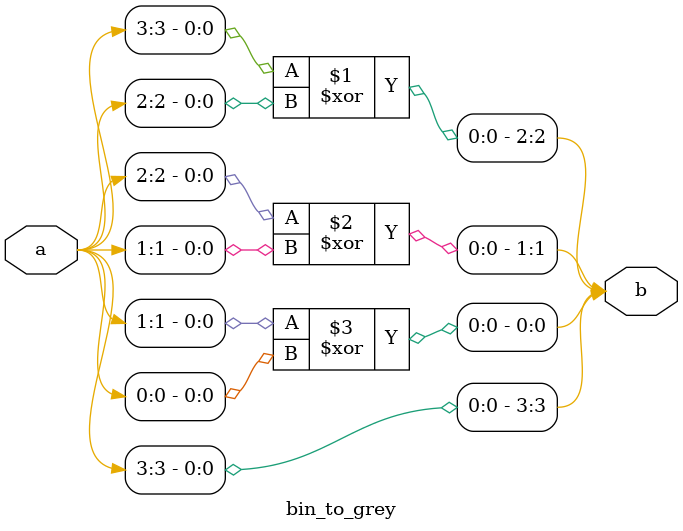
<source format=v>
`timescale 1ns / 1ps
module bin_to_grey(
    input wire [3:0]a,
    output wire [3:0]b
    );
    // doing XOR operation in [3:0]a and assigning to output [3:0]b
    assign b[3] = a[3];
    assign b[2] = a[3]^a[2];
    assign b[1] = a[2]^a[1];
    assign b[0] = a[1]^a[0];
endmodule

</source>
